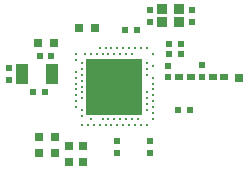
<source format=gtp>
G04*
G04 #@! TF.GenerationSoftware,Altium Limited,Altium Designer,19.0.15 (446)*
G04*
G04 Layer_Color=8421504*
%FSLAX24Y24*%
%MOIN*%
G70*
G01*
G75*
%ADD13R,0.0197X0.0236*%
%ADD14R,0.0374X0.0335*%
%ADD15R,0.0236X0.0197*%
%ADD16R,0.0256X0.0197*%
%ADD17R,0.0300X0.0300*%
%ADD18R,0.0315X0.0295*%
%ADD19R,0.0295X0.0315*%
%ADD20C,0.0118*%
%ADD21R,0.1909X0.1909*%
%ADD22R,0.0394X0.0709*%
D13*
X1174Y2557D02*
D03*
Y2164D02*
D03*
X2574Y2164D02*
D03*
Y2557D02*
D03*
X1792Y699D02*
D03*
Y305D02*
D03*
X2916Y717D02*
D03*
Y323D02*
D03*
X1191Y-1821D02*
D03*
Y-2215D02*
D03*
X98Y-1821D02*
D03*
Y-2215D02*
D03*
X-3515Y217D02*
D03*
Y610D02*
D03*
D14*
X2160Y2134D02*
D03*
Y2587D02*
D03*
X1589D02*
D03*
Y2134D02*
D03*
D15*
X2205Y1427D02*
D03*
X1811D02*
D03*
X364Y1900D02*
D03*
X758D02*
D03*
X2205Y1073D02*
D03*
X1811D02*
D03*
X2520Y-787D02*
D03*
X2126D02*
D03*
X-2096Y1033D02*
D03*
X-2490D02*
D03*
X-2314Y-167D02*
D03*
X-2708D02*
D03*
D16*
X2539Y302D02*
D03*
X2165Y302D02*
D03*
X3667Y302D02*
D03*
X3293D02*
D03*
D17*
X4156Y300D02*
D03*
D18*
X-1971Y-2215D02*
D03*
Y-1683D02*
D03*
X-2503Y-2215D02*
D03*
Y-1683D02*
D03*
X-1496Y-2500D02*
D03*
Y-1969D02*
D03*
X-1033Y-2500D02*
D03*
Y-1969D02*
D03*
D19*
X-2549Y1467D02*
D03*
X-2018D02*
D03*
X-1191Y1959D02*
D03*
X-659D02*
D03*
D20*
X886Y1280D02*
D03*
X-492D02*
D03*
X-295D02*
D03*
X-98D02*
D03*
X98D02*
D03*
X295D02*
D03*
X492D02*
D03*
X689D02*
D03*
X1083D02*
D03*
X-1280Y1083D02*
D03*
X-984D02*
D03*
X-787D02*
D03*
X-591D02*
D03*
X-394D02*
D03*
X-197D02*
D03*
X0D02*
D03*
X197D02*
D03*
X394D02*
D03*
X591D02*
D03*
X1280D02*
D03*
X1083Y787D02*
D03*
X-1280Y886D02*
D03*
X-1083Y787D02*
D03*
X1280Y689D02*
D03*
X-1083Y591D02*
D03*
X1083D02*
D03*
X-1280Y492D02*
D03*
X-1083Y394D02*
D03*
X1083D02*
D03*
X-1280Y295D02*
D03*
X1280D02*
D03*
X-1083Y197D02*
D03*
X-1280Y98D02*
D03*
X1280D02*
D03*
X-1083Y0D02*
D03*
X-1280Y-98D02*
D03*
X1280D02*
D03*
X-1083Y-197D02*
D03*
X1083D02*
D03*
X-1280Y-295D02*
D03*
X1280D02*
D03*
X-1083Y-394D02*
D03*
X1083D02*
D03*
X-1280Y-492D02*
D03*
X1280D02*
D03*
X1083Y-591D02*
D03*
X-1280Y-689D02*
D03*
X1280D02*
D03*
X-1083Y-787D02*
D03*
X1083D02*
D03*
X1280Y-886D02*
D03*
X-1083Y-984D02*
D03*
X-787Y-1083D02*
D03*
X-394D02*
D03*
X-197D02*
D03*
X0D02*
D03*
X197D02*
D03*
X394D02*
D03*
X591D02*
D03*
X787D02*
D03*
X1280D02*
D03*
X-1083Y-1280D02*
D03*
X-886D02*
D03*
X-689D02*
D03*
X-492D02*
D03*
X-295D02*
D03*
X-98D02*
D03*
X98D02*
D03*
X295D02*
D03*
X492D02*
D03*
X689D02*
D03*
X886D02*
D03*
X1083D02*
D03*
D21*
X0Y0D02*
D03*
D22*
X-2078Y404D02*
D03*
X-3062D02*
D03*
M02*

</source>
